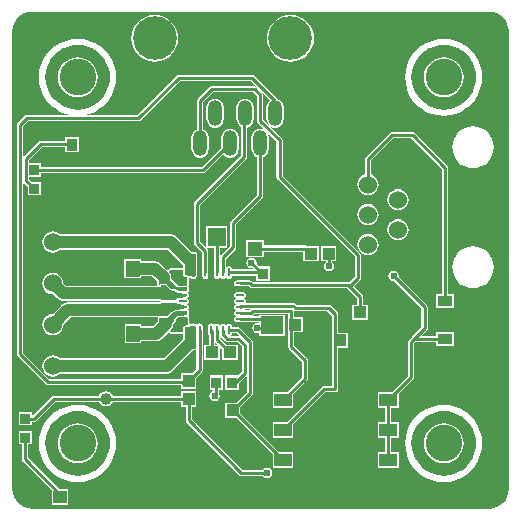
<source format=gtl>
G04*
G04 #@! TF.GenerationSoftware,Altium Limited,CircuitMaker,2.0.3 (51)*
G04*
G04 Layer_Physical_Order=1*
G04 Layer_Color=25308*
%FSLAX24Y24*%
%MOIN*%
G70*
G04*
G04 #@! TF.SameCoordinates,C005A906-C81D-4AB5-B832-F2193FDFF32C*
G04*
G04*
G04 #@! TF.FilePolarity,Positive*
G04*
G01*
G75*
%ADD10C,0.0098*%
%ADD14C,0.0118*%
%ADD42R,0.0354X0.0413*%
%ADD43R,0.0335X0.0335*%
%ADD44R,0.0453X0.0413*%
%ADD45R,0.0748X0.0610*%
%ADD46R,0.0453X0.0531*%
%ADD47R,0.1457X0.1457*%
%ADD48O,0.0315X0.0098*%
%ADD49O,0.0098X0.0315*%
%ADD50R,0.0413X0.0394*%
%ADD51R,0.0394X0.0413*%
%ADD52R,0.0335X0.0374*%
%ADD53R,0.0480X0.0358*%
%ADD54R,0.0591X0.0433*%
%ADD55R,0.0591X0.0433*%
%ADD56R,0.0591X0.0433*%
%ADD57R,0.0472X0.0472*%
%ADD58R,0.0591X0.0630*%
%ADD59C,0.0472*%
%ADD60C,0.0394*%
%ADD61C,0.0197*%
%ADD62C,0.0600*%
%ADD63O,0.0472X0.0866*%
%ADD64C,0.1457*%
G04:AMPARAMS|DCode=65|XSize=27.6mil|YSize=114.2mil|CornerRadius=6.9mil|HoleSize=0mil|Usage=FLASHONLY|Rotation=0.000|XOffset=0mil|YOffset=0mil|HoleType=Round|Shape=RoundedRectangle|*
%AMROUNDEDRECTD65*
21,1,0.0276,0.1004,0,0,0.0*
21,1,0.0138,0.1142,0,0,0.0*
1,1,0.0138,0.0069,-0.0502*
1,1,0.0138,-0.0069,-0.0502*
1,1,0.0138,-0.0069,0.0502*
1,1,0.0138,0.0069,0.0502*
%
%ADD65ROUNDEDRECTD65*%
%ADD66C,0.0394*%
%ADD67C,0.0240*%
%ADD68C,0.1220*%
%ADD69C,0.0197*%
%ADD70C,0.0236*%
G36*
X25807Y26453D02*
X25931Y26441D01*
X26050Y26405D01*
X26160Y26346D01*
X26257Y26267D01*
X26336Y26170D01*
X26395Y26060D01*
X26431Y25941D01*
X26443Y25817D01*
X26444D01*
X26444Y25817D01*
X26444Y25817D01*
X26435D01*
X26436Y25816D01*
X26444Y25816D01*
Y10532D01*
X26443D01*
X26431Y10407D01*
X26395Y10288D01*
X26336Y10178D01*
X26257Y10082D01*
X26160Y10003D01*
X26050Y9944D01*
X25931Y9908D01*
X25807Y9896D01*
X25807Y9895D01*
Y9903D01*
X25806Y9903D01*
X25807Y9895D01*
X10532D01*
Y9895D01*
X10407Y9908D01*
X10288Y9944D01*
X10178Y10003D01*
X10082Y10082D01*
X10003Y10178D01*
X9944Y10288D01*
X9908Y10407D01*
X9901Y10479D01*
X9896Y10479D01*
X9895Y10482D01*
X9903D01*
X9895Y10502D01*
Y25817D01*
X9895D01*
X9908Y25941D01*
X9944Y26060D01*
X10003Y26170D01*
X10082Y26267D01*
X10178Y26346D01*
X10288Y26405D01*
X10407Y26441D01*
X10479Y26448D01*
X10479Y26452D01*
X10482Y26453D01*
Y26445D01*
X10502Y26453D01*
X25807D01*
Y26453D01*
D02*
G37*
%LPC*%
G36*
X19163Y26356D02*
X19011Y26341D01*
X18864Y26297D01*
X18728Y26224D01*
X18610Y26127D01*
X18512Y26008D01*
X18440Y25873D01*
X18395Y25726D01*
X18380Y25573D01*
X18395Y25420D01*
X18440Y25273D01*
X18512Y25138D01*
X18610Y25019D01*
X18728Y24922D01*
X18864Y24849D01*
X19011Y24805D01*
X19163Y24790D01*
X19316Y24805D01*
X19463Y24849D01*
X19599Y24922D01*
X19717Y25019D01*
X19815Y25138D01*
X19887Y25273D01*
X19932Y25420D01*
X19947Y25573D01*
X19932Y25726D01*
X19887Y25873D01*
X19815Y26008D01*
X19717Y26127D01*
X19599Y26224D01*
X19463Y26297D01*
X19316Y26341D01*
X19163Y26356D01*
D02*
G37*
G36*
X14636D02*
X14483Y26341D01*
X14336Y26297D01*
X14201Y26224D01*
X14082Y26127D01*
X13985Y26008D01*
X13912Y25873D01*
X13868Y25726D01*
X13853Y25573D01*
X13868Y25420D01*
X13912Y25273D01*
X13985Y25138D01*
X14082Y25019D01*
X14201Y24922D01*
X14336Y24849D01*
X14483Y24805D01*
X14636Y24790D01*
X14789Y24805D01*
X14936Y24849D01*
X15071Y24922D01*
X15190Y25019D01*
X15287Y25138D01*
X15359Y25273D01*
X15404Y25420D01*
X15419Y25573D01*
X15404Y25726D01*
X15359Y25873D01*
X15287Y26008D01*
X15190Y26127D01*
X15071Y26224D01*
X14936Y26297D01*
X14789Y26341D01*
X14636Y26356D01*
D02*
G37*
G36*
X24272Y25558D02*
X24070Y25542D01*
X23874Y25495D01*
X23688Y25418D01*
X23516Y25312D01*
X23362Y25181D01*
X23231Y25028D01*
X23126Y24856D01*
X23048Y24669D01*
X23001Y24473D01*
X22985Y24272D01*
X23001Y24070D01*
X23048Y23874D01*
X23126Y23688D01*
X23231Y23516D01*
X23362Y23362D01*
X23516Y23231D01*
X23688Y23126D01*
X23874Y23048D01*
X24070Y23001D01*
X24272Y22985D01*
X24473Y23001D01*
X24669Y23048D01*
X24856Y23126D01*
X25028Y23231D01*
X25181Y23362D01*
X25312Y23516D01*
X25418Y23688D01*
X25495Y23874D01*
X25542Y24070D01*
X25558Y24272D01*
X25542Y24473D01*
X25495Y24669D01*
X25418Y24856D01*
X25312Y25028D01*
X25181Y25181D01*
X25028Y25312D01*
X24856Y25418D01*
X24669Y25495D01*
X24473Y25542D01*
X24272Y25558D01*
D02*
G37*
G36*
X12067D02*
X11866Y25542D01*
X11669Y25495D01*
X11483Y25418D01*
X11311Y25312D01*
X11157Y25181D01*
X11026Y25028D01*
X10921Y24856D01*
X10844Y24669D01*
X10797Y24473D01*
X10781Y24272D01*
X10797Y24070D01*
X10844Y23874D01*
X10921Y23688D01*
X11026Y23516D01*
X11157Y23362D01*
X11311Y23231D01*
X11483Y23126D01*
X11669Y23048D01*
X11805Y23016D01*
X10369D01*
X10336Y23009D01*
X10330Y23008D01*
X10296Y22986D01*
X10075Y22765D01*
X10053Y22731D01*
X10052Y22725D01*
X10045Y22692D01*
Y15049D01*
X10052Y15017D01*
X10053Y15010D01*
X10075Y14977D01*
X11010Y14042D01*
X11032Y14027D01*
X11044Y14020D01*
X11083Y14012D01*
X15518D01*
X15520Y14001D01*
Y13886D01*
X16016D01*
Y14247D01*
X16204Y14435D01*
X16226Y14469D01*
X16234Y14508D01*
Y15856D01*
Y15965D01*
X16226Y16004D01*
X16204Y16037D01*
X16171Y16059D01*
X16132Y16067D01*
X16093Y16059D01*
X16060Y16037D01*
X16037Y16004D01*
X16034Y15988D01*
X16032Y15991D01*
X16030Y16004D01*
X16007Y16037D01*
X15974Y16059D01*
X15935Y16067D01*
X15896Y16059D01*
X15863Y16037D01*
X15848Y16016D01*
X15792Y16009D01*
X15793Y16011D01*
X15801Y16029D01*
X15801Y16030D01*
X15801Y16032D01*
Y16239D01*
X15801Y16241D01*
X15801Y16244D01*
X15793Y16260D01*
X15785Y16278D01*
X15783Y16279D01*
X15782Y16281D01*
X15763Y16297D01*
X15768Y16299D01*
X15768Y16301D01*
X15770Y16302D01*
X15776Y16320D01*
X15784Y16339D01*
Y16467D01*
X15768Y16506D01*
X15728Y16522D01*
X15722D01*
X15727Y16525D01*
X15728Y16526D01*
X15728Y16526D01*
X15752Y16542D01*
X15774Y16575D01*
X15781Y16614D01*
X15774Y16653D01*
X15752Y16687D01*
X15728Y16702D01*
X15728Y16703D01*
X15727Y16703D01*
X15718Y16709D01*
X15711Y16710D01*
X15705Y16714D01*
X15718Y16716D01*
X15752Y16739D01*
X15774Y16772D01*
X15781Y16811D01*
X15774Y16850D01*
X15752Y16883D01*
X15718Y16906D01*
X15699Y16909D01*
X15718Y16913D01*
X15752Y16935D01*
X15774Y16969D01*
X15781Y17008D01*
X15774Y17047D01*
X15752Y17080D01*
X15730Y17095D01*
X15758Y17106D01*
X15774Y17146D01*
Y17167D01*
X15781Y17205D01*
X15774Y17243D01*
Y17274D01*
X15760Y17308D01*
X15765Y17313D01*
X15779Y17343D01*
X15779Y17355D01*
X15784Y17366D01*
X15784Y17595D01*
X15863Y17585D01*
X15896Y17563D01*
X15935Y17555D01*
X15974Y17563D01*
X16007Y17585D01*
X16020Y17604D01*
X16032Y17611D01*
X16036Y17617D01*
X16043Y17620D01*
X16049Y17633D01*
X16058Y17645D01*
X16057Y17652D01*
X16059Y17659D01*
Y18376D01*
X16043Y18415D01*
X16004Y18431D01*
X15893D01*
X15366Y18958D01*
X15284Y19013D01*
X15187Y19032D01*
X11487D01*
X11417Y19086D01*
X11332Y19122D01*
X11240Y19134D01*
X11148Y19122D01*
X11063Y19086D01*
X10990Y19030D01*
X10933Y18957D01*
X10898Y18871D01*
X10886Y18780D01*
X10898Y18688D01*
X10933Y18602D01*
X10990Y18529D01*
X11063Y18473D01*
X11148Y18437D01*
X11240Y18425D01*
X11332Y18437D01*
X11417Y18473D01*
X11487Y18527D01*
X15082D01*
X15594Y18015D01*
Y17910D01*
X15171Y17910D01*
X15160Y17905D01*
X15148Y17905D01*
X15118Y17891D01*
X15105Y17877D01*
X15091Y17864D01*
X15077Y17834D01*
X15077Y17822D01*
X15076Y17821D01*
X14834Y18063D01*
X14752Y18118D01*
X14656Y18137D01*
X14185D01*
Y18201D01*
X13630D01*
Y17567D01*
X14185D01*
Y17631D01*
X14551D01*
X14728Y17454D01*
Y17362D01*
X14742Y17330D01*
X11670D01*
X11594Y17406D01*
X11582Y17493D01*
X11547Y17579D01*
X11491Y17652D01*
X11417Y17708D01*
X11332Y17744D01*
X11240Y17756D01*
X11148Y17744D01*
X11063Y17708D01*
X10990Y17652D01*
X10933Y17579D01*
X10898Y17493D01*
X10886Y17402D01*
X10898Y17310D01*
X10933Y17224D01*
X10990Y17151D01*
X11063Y17095D01*
X11148Y17059D01*
X11236Y17048D01*
X11386Y16898D01*
X11468Y16843D01*
X11565Y16824D01*
X14812D01*
X14813Y16821D01*
X14842Y16809D01*
X14823Y16801D01*
X14814Y16778D01*
X11742D01*
X11645Y16759D01*
X11563Y16704D01*
X11514Y16655D01*
X11514Y16655D01*
X11236Y16377D01*
X11148Y16366D01*
X11063Y16330D01*
X10990Y16274D01*
X10933Y16201D01*
X10898Y16115D01*
X10886Y16024D01*
X10898Y15932D01*
X10933Y15847D01*
X10990Y15773D01*
X11063Y15717D01*
X11148Y15681D01*
X11240Y15669D01*
X11332Y15681D01*
X11417Y15717D01*
X11491Y15773D01*
X11547Y15847D01*
X11582Y15932D01*
X11594Y16020D01*
X11847Y16273D01*
X14747D01*
X14738Y16250D01*
Y16119D01*
X14590Y15971D01*
X14195D01*
Y16035D01*
X13640D01*
Y15402D01*
X14195D01*
Y15466D01*
X14695D01*
X14792Y15485D01*
X14874Y15540D01*
X15114Y15780D01*
X15116Y15768D01*
X15119Y15763D01*
X15119Y15757D01*
X15130Y15746D01*
X15131Y15745D01*
X15134Y15738D01*
X15136Y15737D01*
X15139Y15733D01*
X15145Y15731D01*
X15149Y15727D01*
X15152Y15726D01*
X15163Y15726D01*
X15173Y15722D01*
X15594D01*
Y15564D01*
X15492Y15462D01*
X15481Y15435D01*
X14944Y14899D01*
X11487D01*
X11417Y14952D01*
X11332Y14988D01*
X11240Y15000D01*
X11148Y14988D01*
X11063Y14952D01*
X10990Y14896D01*
X10933Y14823D01*
X10898Y14737D01*
X10886Y14646D01*
X10898Y14554D01*
X10933Y14469D01*
X10990Y14395D01*
X11063Y14339D01*
X11148Y14304D01*
X11240Y14291D01*
X11332Y14304D01*
X11417Y14339D01*
X11487Y14393D01*
X15049D01*
X15146Y14412D01*
X15228Y14467D01*
X15932Y15171D01*
X16004D01*
X16030Y15182D01*
Y14550D01*
X15881Y14402D01*
X15520D01*
Y14217D01*
X11125D01*
X10250Y15092D01*
Y20783D01*
X10262Y20764D01*
X10402Y20625D01*
Y20333D01*
X10839D01*
Y20770D01*
X10546D01*
X10437Y20879D01*
Y20963D01*
X10848D01*
Y21079D01*
X16258D01*
X16291Y21085D01*
X16297Y21087D01*
X16330Y21109D01*
X16922Y21700D01*
X16945Y21671D01*
X17005Y21625D01*
X17075Y21596D01*
X17150Y21586D01*
X17225Y21596D01*
X17295Y21625D01*
X17355Y21671D01*
X17401Y21731D01*
X17430Y21801D01*
X17439Y21876D01*
Y22270D01*
X17430Y22345D01*
X17401Y22415D01*
X17355Y22475D01*
X17295Y22521D01*
X17225Y22550D01*
X17150Y22560D01*
X17075Y22550D01*
X17005Y22521D01*
X16945Y22475D01*
X16899Y22415D01*
X16870Y22345D01*
X16860Y22270D01*
Y21928D01*
X16215Y21283D01*
X10848D01*
Y21400D01*
X10437D01*
Y21493D01*
X10879Y21935D01*
X11661D01*
Y21770D01*
X12118D01*
Y22285D01*
X11661D01*
Y22140D01*
X10837D01*
X10804Y22133D01*
X10797Y22132D01*
X10764Y22110D01*
X10262Y21608D01*
X10250Y21589D01*
Y22650D01*
X10411Y22811D01*
X14094D01*
X14127Y22818D01*
X14134Y22819D01*
X14167Y22841D01*
X15475Y24150D01*
X17851D01*
X18491Y23510D01*
X18445Y23475D01*
X18399Y23415D01*
X18370Y23345D01*
X18360Y23270D01*
Y22876D01*
X18370Y22801D01*
X18399Y22731D01*
X18445Y22671D01*
X18505Y22625D01*
X18575Y22596D01*
X18650Y22586D01*
X18725Y22596D01*
X18795Y22625D01*
X18855Y22671D01*
X18901Y22731D01*
X18930Y22801D01*
X18939Y22876D01*
Y23270D01*
X18930Y23345D01*
X18901Y23415D01*
X18855Y23475D01*
X18795Y23521D01*
X18738Y23544D01*
X18722Y23568D01*
X17966Y24324D01*
X17933Y24347D01*
X17926Y24348D01*
X17894Y24354D01*
X15433D01*
X15394Y24347D01*
X15361Y24324D01*
X14052Y23016D01*
X12329D01*
X12464Y23048D01*
X12651Y23126D01*
X12823Y23231D01*
X12976Y23362D01*
X13108Y23516D01*
X13213Y23688D01*
X13290Y23874D01*
X13337Y24070D01*
X13353Y24272D01*
X13337Y24473D01*
X13290Y24669D01*
X13213Y24856D01*
X13108Y25028D01*
X12976Y25181D01*
X12823Y25312D01*
X12651Y25418D01*
X12464Y25495D01*
X12268Y25542D01*
X12067Y25558D01*
D02*
G37*
G36*
X16650Y23560D02*
X16575Y23550D01*
X16505Y23521D01*
X16445Y23475D01*
X16399Y23415D01*
X16370Y23345D01*
X16360Y23270D01*
Y22876D01*
X16370Y22801D01*
X16399Y22731D01*
X16445Y22671D01*
X16505Y22625D01*
X16575Y22596D01*
X16650Y22586D01*
X16725Y22596D01*
X16795Y22625D01*
X16855Y22671D01*
X16901Y22731D01*
X16930Y22801D01*
X16939Y22876D01*
Y23270D01*
X16930Y23345D01*
X16901Y23415D01*
X16855Y23475D01*
X16795Y23521D01*
X16725Y23550D01*
X16650Y23560D01*
D02*
G37*
G36*
X17972Y23970D02*
X16535D01*
X16496Y23963D01*
X16463Y23940D01*
X16077Y23555D01*
X16055Y23521D01*
X16054Y23515D01*
X16047Y23482D01*
Y22538D01*
X16005Y22521D01*
X15945Y22475D01*
X15899Y22415D01*
X15870Y22345D01*
X15860Y22270D01*
Y21876D01*
X15870Y21801D01*
X15899Y21731D01*
X15945Y21671D01*
X16005Y21625D01*
X16075Y21596D01*
X16150Y21586D01*
X16225Y21596D01*
X16295Y21625D01*
X16355Y21671D01*
X16401Y21731D01*
X16430Y21801D01*
X16439Y21876D01*
Y22270D01*
X16430Y22345D01*
X16401Y22415D01*
X16355Y22475D01*
X16295Y22521D01*
X16252Y22538D01*
Y23440D01*
X16578Y23766D01*
X17930D01*
X18047Y23649D01*
Y22815D01*
X18054Y22782D01*
X18055Y22776D01*
X18077Y22743D01*
X18314Y22506D01*
X18295Y22521D01*
X18225Y22550D01*
X18150Y22560D01*
X18075Y22550D01*
X18005Y22521D01*
X17945Y22475D01*
X17899Y22415D01*
X17870Y22345D01*
X17860Y22270D01*
Y21876D01*
X17870Y21801D01*
X17899Y21731D01*
X17945Y21671D01*
X18005Y21625D01*
X18047Y21607D01*
Y20357D01*
X17182Y19492D01*
X17159Y19458D01*
X17158Y19452D01*
X17152Y19419D01*
Y18645D01*
X16847Y18340D01*
X16825Y18307D01*
Y18591D01*
X17049D01*
Y19323D01*
X16356D01*
Y18591D01*
X16620D01*
Y17874D01*
Y17766D01*
Y17657D01*
X16628Y17618D01*
X16650Y17585D01*
X16683Y17563D01*
X16722Y17555D01*
X16762Y17563D01*
X16795Y17585D01*
X16817Y17618D01*
X16821Y17638D01*
X16825Y17618D01*
X16847Y17585D01*
X16880Y17563D01*
X16919Y17555D01*
X16958Y17563D01*
X16992Y17585D01*
X17014Y17618D01*
X17018Y17638D01*
X17022Y17618D01*
X17044Y17585D01*
X17077Y17563D01*
X17116Y17555D01*
X17155Y17563D01*
X17189Y17585D01*
X17211Y17618D01*
X17219Y17657D01*
Y17663D01*
X18030D01*
Y17488D01*
X18467D01*
Y17965D01*
X18125D01*
X18034Y18056D01*
X18039Y18081D01*
X18025Y18148D01*
X17988Y18204D01*
X17931Y18242D01*
X17864Y18255D01*
X17797Y18242D01*
X17741Y18204D01*
X17703Y18148D01*
X17690Y18081D01*
X17703Y18014D01*
X17741Y17957D01*
X17797Y17919D01*
X17864Y17906D01*
X17889Y17911D01*
X17932Y17868D01*
X17219D01*
Y17874D01*
X17211Y17913D01*
X17189Y17946D01*
X17155Y17969D01*
X17116Y17976D01*
X17077Y17969D01*
X17044Y17946D01*
X17022Y17913D01*
Y18225D01*
X17326Y18530D01*
X17341Y18552D01*
X17349Y18563D01*
X17356Y18602D01*
Y19377D01*
X18222Y20243D01*
X18244Y20276D01*
X18245Y20282D01*
X18252Y20315D01*
Y21607D01*
X18295Y21625D01*
X18355Y21671D01*
X18401Y21731D01*
X18430Y21801D01*
X18439Y21876D01*
Y22270D01*
X18430Y22345D01*
X18401Y22415D01*
X18386Y22434D01*
X18697Y22123D01*
Y20955D01*
X18703Y20922D01*
X18705Y20916D01*
X18727Y20882D01*
X21305Y18304D01*
Y17635D01*
X21125Y17455D01*
X17916D01*
X17897Y17474D01*
X17864Y17496D01*
X17857Y17497D01*
X17825Y17504D01*
X17372D01*
X17333Y17496D01*
X17300Y17474D01*
X17277Y17441D01*
X17270Y17402D01*
X17277Y17362D01*
X17300Y17329D01*
X17333Y17307D01*
X17372Y17299D01*
X17782D01*
X17802Y17280D01*
X17835Y17258D01*
X17874Y17250D01*
X21040D01*
X21384Y16906D01*
Y16685D01*
X21228D01*
Y16189D01*
X21744D01*
Y16685D01*
X21589D01*
Y16949D01*
X21581Y16988D01*
X21573Y16999D01*
X21559Y17021D01*
X21270Y17310D01*
X21480Y17520D01*
X21502Y17554D01*
X21510Y17593D01*
Y18346D01*
X21502Y18386D01*
X21480Y18419D01*
X18902Y20997D01*
Y22165D01*
X18895Y22198D01*
X18894Y22205D01*
X18872Y22238D01*
X18252Y22857D01*
Y23691D01*
X18245Y23724D01*
X18244Y23730D01*
X18222Y23763D01*
X18045Y23940D01*
X18012Y23963D01*
X18005Y23964D01*
X17972Y23970D01*
D02*
G37*
G36*
X25246Y22635D02*
X25111Y22622D01*
X24980Y22582D01*
X24860Y22518D01*
X24755Y22432D01*
X24669Y22327D01*
X24605Y22207D01*
X24565Y22076D01*
X24552Y21941D01*
X24565Y21806D01*
X24605Y21675D01*
X24669Y21555D01*
X24755Y21450D01*
X24860Y21364D01*
X24980Y21300D01*
X25111Y21260D01*
X25246Y21247D01*
X25382Y21260D01*
X25512Y21300D01*
X25632Y21364D01*
X25737Y21450D01*
X25823Y21555D01*
X25887Y21675D01*
X25927Y21806D01*
X25940Y21941D01*
X25927Y22076D01*
X25887Y22207D01*
X25823Y22327D01*
X25737Y22432D01*
X25632Y22518D01*
X25512Y22582D01*
X25382Y22622D01*
X25246Y22635D01*
D02*
G37*
G36*
X22746Y20543D02*
X22654Y20531D01*
X22569Y20496D01*
X22496Y20439D01*
X22439Y20366D01*
X22404Y20281D01*
X22392Y20189D01*
X22404Y20097D01*
X22439Y20012D01*
X22496Y19939D01*
X22569Y19882D01*
X22654Y19847D01*
X22746Y19835D01*
X22838Y19847D01*
X22923Y19882D01*
X22997Y19939D01*
X23053Y20012D01*
X23088Y20097D01*
X23100Y20189D01*
X23088Y20281D01*
X23053Y20366D01*
X22997Y20439D01*
X22923Y20496D01*
X22838Y20531D01*
X22746Y20543D01*
D02*
G37*
G36*
X21746Y20047D02*
X21654Y20035D01*
X21569Y20000D01*
X21496Y19943D01*
X21439Y19870D01*
X21404Y19785D01*
X21392Y19693D01*
X21404Y19601D01*
X21439Y19516D01*
X21496Y19442D01*
X21569Y19386D01*
X21654Y19351D01*
X21746Y19339D01*
X21838Y19351D01*
X21923Y19386D01*
X21997Y19442D01*
X22053Y19516D01*
X22088Y19601D01*
X22100Y19693D01*
X22088Y19785D01*
X22053Y19870D01*
X21997Y19943D01*
X21923Y20000D01*
X21838Y20035D01*
X21746Y20047D01*
D02*
G37*
G36*
X22746Y19543D02*
X22654Y19531D01*
X22569Y19496D01*
X22496Y19439D01*
X22439Y19366D01*
X22404Y19281D01*
X22392Y19189D01*
X22404Y19097D01*
X22439Y19012D01*
X22496Y18939D01*
X22569Y18882D01*
X22654Y18847D01*
X22746Y18835D01*
X22838Y18847D01*
X22923Y18882D01*
X22997Y18939D01*
X23053Y19012D01*
X23088Y19097D01*
X23100Y19189D01*
X23088Y19281D01*
X23053Y19366D01*
X22997Y19439D01*
X22923Y19496D01*
X22838Y19531D01*
X22746Y19543D01*
D02*
G37*
G36*
X21746Y19047D02*
X21654Y19035D01*
X21569Y19000D01*
X21496Y18943D01*
X21439Y18870D01*
X21404Y18785D01*
X21392Y18693D01*
X21404Y18601D01*
X21439Y18516D01*
X21496Y18442D01*
X21569Y18386D01*
X21654Y18351D01*
X21746Y18339D01*
X21838Y18351D01*
X21923Y18386D01*
X21997Y18442D01*
X22053Y18516D01*
X22088Y18601D01*
X22100Y18693D01*
X22088Y18785D01*
X22053Y18870D01*
X21997Y18943D01*
X21923Y19000D01*
X21838Y19035D01*
X21746Y19047D01*
D02*
G37*
G36*
X18270Y18850D02*
X17695D01*
Y18276D01*
X18270D01*
Y18461D01*
X19585D01*
Y18148D01*
X20100D01*
Y18644D01*
X19735D01*
X19714Y18658D01*
X19708Y18659D01*
X19675Y18665D01*
X18270D01*
Y18850D01*
D02*
G37*
G36*
X20691Y18644D02*
X20175D01*
Y18148D01*
X20341D01*
Y18110D01*
X20319Y18096D01*
X20282Y18039D01*
X20268Y17972D01*
X20282Y17906D01*
X20319Y17849D01*
X20376Y17811D01*
X20443Y17798D01*
X20510Y17811D01*
X20566Y17849D01*
X20604Y17906D01*
X20618Y17972D01*
X20604Y18039D01*
X20566Y18096D01*
X20545Y18110D01*
Y18148D01*
X20691D01*
Y18644D01*
D02*
G37*
G36*
X17650Y23560D02*
X17575Y23550D01*
X17505Y23521D01*
X17445Y23475D01*
X17399Y23415D01*
X17370Y23345D01*
X17360Y23270D01*
Y22876D01*
X17370Y22801D01*
X17399Y22731D01*
X17445Y22671D01*
X17505Y22625D01*
X17516Y22620D01*
Y21666D01*
X15981Y20131D01*
X15959Y20098D01*
X15957Y20092D01*
X15951Y20059D01*
Y18740D01*
X15957Y18707D01*
X15959Y18701D01*
X15981Y18668D01*
X16226Y18422D01*
Y17874D01*
Y17766D01*
Y17657D01*
X16234Y17618D01*
X16256Y17585D01*
X16290Y17563D01*
X16329Y17555D01*
X16368Y17563D01*
X16401Y17585D01*
X16423Y17618D01*
X16431Y17657D01*
Y17874D01*
Y18465D01*
X16423Y18504D01*
X16401Y18537D01*
X16156Y18783D01*
Y20017D01*
X17690Y21552D01*
X17713Y21585D01*
X17720Y21624D01*
Y22595D01*
X17725Y22596D01*
X17795Y22625D01*
X17855Y22671D01*
X17901Y22731D01*
X17930Y22801D01*
X17939Y22876D01*
Y23270D01*
X17930Y23345D01*
X17901Y23415D01*
X17855Y23475D01*
X17795Y23521D01*
X17725Y23550D01*
X17650Y23560D01*
D02*
G37*
G36*
X25246Y18635D02*
X25111Y18622D01*
X24980Y18582D01*
X24860Y18518D01*
X24755Y18432D01*
X24669Y18327D01*
X24605Y18207D01*
X24565Y18076D01*
X24552Y17941D01*
X24565Y17806D01*
X24605Y17675D01*
X24669Y17555D01*
X24755Y17450D01*
X24860Y17364D01*
X24980Y17300D01*
X25111Y17260D01*
X25246Y17247D01*
X25382Y17260D01*
X25512Y17300D01*
X25632Y17364D01*
X25737Y17450D01*
X25823Y17555D01*
X25887Y17675D01*
X25927Y17806D01*
X25940Y17941D01*
X25927Y18076D01*
X25887Y18207D01*
X25823Y18327D01*
X25737Y18432D01*
X25632Y18518D01*
X25512Y18582D01*
X25382Y18622D01*
X25246Y18635D01*
D02*
G37*
G36*
X23233Y22450D02*
X23228Y22449D01*
X22539D01*
X22500Y22441D01*
X22467Y22419D01*
X21674Y21626D01*
X21651Y21592D01*
X21650Y21586D01*
X21644Y21553D01*
Y21031D01*
X21569Y21000D01*
X21496Y20943D01*
X21439Y20870D01*
X21404Y20785D01*
X21392Y20693D01*
X21404Y20601D01*
X21439Y20516D01*
X21496Y20442D01*
X21569Y20386D01*
X21654Y20351D01*
X21746Y20339D01*
X21838Y20351D01*
X21923Y20386D01*
X21997Y20442D01*
X22053Y20516D01*
X22088Y20601D01*
X22100Y20693D01*
X22088Y20785D01*
X22053Y20870D01*
X21997Y20943D01*
X21923Y21000D01*
X21848Y21031D01*
Y21511D01*
X22582Y22244D01*
X23192D01*
X24219Y21217D01*
Y17057D01*
X24030D01*
Y16596D01*
X24612D01*
Y17057D01*
X24423D01*
Y21260D01*
X24415Y21299D01*
X24393Y21332D01*
X23306Y22420D01*
X23306Y22420D01*
X23272Y22442D01*
X23233Y22450D01*
D02*
G37*
G36*
X17116Y16067D02*
X17077Y16059D01*
X17044Y16037D01*
X17022Y16004D01*
X17018Y15984D01*
X17014Y16004D01*
X16992Y16037D01*
X16958Y16059D01*
X16919Y16067D01*
X16880Y16059D01*
X16847Y16037D01*
X16825Y16004D01*
X16821Y15984D01*
X16817Y16004D01*
X16795Y16037D01*
X16762Y16059D01*
X16722Y16067D01*
X16683Y16059D01*
X16650Y16037D01*
X16628Y16004D01*
X16624Y15984D01*
X16620Y16004D01*
X16598Y16037D01*
X16565Y16059D01*
X16526Y16067D01*
X16486Y16059D01*
X16453Y16037D01*
X16431Y16004D01*
X16423Y15965D01*
Y15748D01*
X16431Y15709D01*
X16453Y15676D01*
Y15346D01*
X16297D01*
Y14850D01*
X16813D01*
Y15286D01*
X16888Y15212D01*
Y14850D01*
X17404D01*
Y15346D01*
X17042D01*
X16825Y15564D01*
Y15660D01*
X16847Y15626D01*
X16985Y15489D01*
X17018Y15466D01*
X17057Y15459D01*
X17389D01*
X17535Y15312D01*
Y14452D01*
X17416Y14333D01*
X16996D01*
Y13856D01*
X17433D01*
Y14060D01*
X17710Y14337D01*
X17722Y14355D01*
Y13792D01*
X17357Y13427D01*
X16996D01*
Y12911D01*
X17357D01*
X18571Y11698D01*
Y11236D01*
X19264D01*
Y11772D01*
X18786D01*
X17492Y13066D01*
Y13273D01*
X17897Y13678D01*
X17919Y13711D01*
X17927Y13750D01*
Y15443D01*
X17921Y15476D01*
X17919Y15482D01*
X17897Y15515D01*
X17484Y15929D01*
X17451Y15951D01*
X17444Y15952D01*
X17411Y15959D01*
X17219D01*
Y15965D01*
X17211Y16004D01*
X17189Y16037D01*
X17155Y16059D01*
X17116Y16067D01*
D02*
G37*
G36*
X22598Y17822D02*
X22532Y17809D01*
X22475Y17771D01*
X22437Y17714D01*
X22424Y17648D01*
X22437Y17581D01*
X22475Y17524D01*
X22532Y17486D01*
X22598Y17473D01*
X22623Y17478D01*
X23530Y16572D01*
Y15938D01*
X23199Y15608D01*
X23199Y15608D01*
X23117Y15525D01*
X23094Y15492D01*
X23093Y15485D01*
X23087Y15453D01*
Y14314D01*
X22544Y13772D01*
X22075D01*
Y13236D01*
X22319D01*
Y12772D01*
X22075D01*
Y12236D01*
X22319D01*
Y11772D01*
X22075D01*
Y11236D01*
X22768D01*
Y11772D01*
X22524D01*
Y12236D01*
X22768D01*
Y12772D01*
X22524D01*
Y13236D01*
X22768D01*
Y13706D01*
X23261Y14199D01*
X23284Y14232D01*
X23285Y14239D01*
X23291Y14272D01*
Y15410D01*
X23314Y15433D01*
X24030D01*
Y15305D01*
X24612D01*
Y15766D01*
X24030D01*
Y15638D01*
X23519D01*
X23718Y15837D01*
X23740Y15870D01*
X23748Y15909D01*
X23740Y15949D01*
X23734Y15958D01*
Y16614D01*
X23728Y16647D01*
X23726Y16653D01*
X23704Y16687D01*
X22768Y17623D01*
X22773Y17648D01*
X22760Y17714D01*
X22722Y17771D01*
X22665Y17809D01*
X22598Y17822D01*
D02*
G37*
G36*
X16016Y13811D02*
X15520D01*
Y13656D01*
X13232D01*
X13181Y13732D01*
X13099Y13787D01*
X13002Y13806D01*
X12905Y13787D01*
X12823Y13732D01*
X12772Y13656D01*
X11270D01*
X11231Y13648D01*
X11219Y13640D01*
X11197Y13626D01*
X10558Y12986D01*
X10543D01*
Y13102D01*
X10106D01*
Y12665D01*
X10543D01*
Y12781D01*
X10600D01*
X10633Y12788D01*
X10640Y12789D01*
X10673Y12811D01*
X11312Y13451D01*
X12772D01*
X12823Y13374D01*
X12905Y13320D01*
X13002Y13300D01*
X13099Y13320D01*
X13181Y13374D01*
X13232Y13451D01*
X15520D01*
Y13295D01*
X15665D01*
Y12844D01*
X15672Y12812D01*
X15673Y12805D01*
X15695Y12772D01*
X17457Y11010D01*
X17490Y10988D01*
X17497Y10987D01*
X17530Y10980D01*
X18248D01*
X18262Y10959D01*
X18319Y10921D01*
X18386Y10908D01*
X18453Y10921D01*
X18509Y10959D01*
X18547Y11016D01*
X18560Y11083D01*
X18547Y11149D01*
X18509Y11206D01*
X18453Y11244D01*
X18386Y11257D01*
X18319Y11244D01*
X18262Y11206D01*
X18248Y11185D01*
X17572D01*
X15870Y12887D01*
Y13295D01*
X16016D01*
Y13811D01*
D02*
G37*
G36*
X16902Y14333D02*
X16465D01*
Y13856D01*
X16581D01*
Y13816D01*
X16567Y13813D01*
X16510Y13775D01*
X16473Y13718D01*
X16459Y13652D01*
X16473Y13585D01*
X16510Y13528D01*
X16567Y13490D01*
X16634Y13477D01*
X16701Y13490D01*
X16757Y13528D01*
X16795Y13585D01*
X16808Y13652D01*
X16795Y13718D01*
X16785Y13733D01*
Y13856D01*
X16902D01*
Y14333D01*
D02*
G37*
G36*
X17589Y17110D02*
X17372D01*
X17333Y17102D01*
X17300Y17080D01*
X17277Y17047D01*
X17270Y17008D01*
X17277Y16969D01*
X17300Y16935D01*
X17333Y16913D01*
X17352Y16909D01*
X17333Y16906D01*
X17300Y16883D01*
X17277Y16850D01*
X17270Y16811D01*
X17277Y16772D01*
X17300Y16739D01*
X17333Y16716D01*
X17352Y16713D01*
X17333Y16709D01*
X17300Y16687D01*
X17277Y16653D01*
X17270Y16614D01*
X17277Y16575D01*
X17300Y16542D01*
X17333Y16520D01*
X17352Y16516D01*
X17333Y16512D01*
X17300Y16490D01*
X17277Y16456D01*
X17270Y16417D01*
X17277Y16378D01*
X17300Y16345D01*
X17333Y16323D01*
X17352Y16319D01*
X17333Y16315D01*
X17300Y16293D01*
X17277Y16260D01*
X17270Y16220D01*
X17277Y16181D01*
X17300Y16148D01*
X17333Y16126D01*
X17372Y16118D01*
X18118D01*
Y16079D01*
X18061Y16090D01*
X17994Y16077D01*
X17938Y16039D01*
X17900Y15982D01*
X17886Y15915D01*
X17900Y15849D01*
X17938Y15792D01*
X17994Y15754D01*
X18061Y15741D01*
X18118Y15752D01*
Y15648D01*
X18968D01*
Y16360D01*
X18118D01*
Y16323D01*
X17884D01*
X17917Y16345D01*
X17946Y16374D01*
X19091D01*
Y16272D01*
X19073D01*
Y15776D01*
X19091D01*
Y15276D01*
X19097Y15243D01*
X19098Y15236D01*
X19121Y15203D01*
X19533Y14790D01*
Y14265D01*
X19040Y13772D01*
X18571D01*
Y13236D01*
X19264D01*
Y13706D01*
X19708Y14150D01*
X19730Y14183D01*
X19738Y14222D01*
Y14833D01*
X19732Y14865D01*
X19730Y14872D01*
X19708Y14905D01*
X19295Y15318D01*
Y15776D01*
X19589D01*
Y16272D01*
X19295D01*
Y16476D01*
X19290Y16501D01*
X19292Y16500D01*
X19331Y16492D01*
X20391D01*
X20557Y16326D01*
Y13974D01*
X20285D01*
X20246Y13967D01*
X20213Y13944D01*
X19040Y12772D01*
X18571D01*
Y12236D01*
X19264D01*
Y12706D01*
X20328Y13770D01*
X20659D01*
X20699Y13777D01*
X20732Y13800D01*
X20754Y13833D01*
X20762Y13872D01*
Y15254D01*
X21085D01*
Y15750D01*
X20762D01*
Y16368D01*
X20754Y16407D01*
X20732Y16440D01*
X20505Y16667D01*
X20472Y16689D01*
X20466Y16690D01*
X20433Y16697D01*
X19373D01*
X19354Y16716D01*
X19321Y16738D01*
X19314Y16740D01*
X19281Y16746D01*
X17666D01*
X17683Y16772D01*
X17691Y16811D01*
X17683Y16850D01*
X17661Y16883D01*
X17628Y16906D01*
X17608Y16909D01*
X17628Y16913D01*
X17661Y16935D01*
X17683Y16969D01*
X17691Y17008D01*
X17683Y17047D01*
X17661Y17080D01*
X17628Y17102D01*
X17589Y17110D01*
D02*
G37*
G36*
X24272Y13353D02*
X24070Y13337D01*
X23874Y13290D01*
X23688Y13213D01*
X23516Y13108D01*
X23362Y12976D01*
X23231Y12823D01*
X23126Y12651D01*
X23048Y12464D01*
X23001Y12268D01*
X22985Y12067D01*
X23001Y11866D01*
X23048Y11669D01*
X23126Y11483D01*
X23231Y11311D01*
X23362Y11157D01*
X23516Y11026D01*
X23688Y10921D01*
X23874Y10844D01*
X24070Y10797D01*
X24272Y10781D01*
X24473Y10797D01*
X24669Y10844D01*
X24856Y10921D01*
X25028Y11026D01*
X25181Y11157D01*
X25312Y11311D01*
X25418Y11483D01*
X25495Y11669D01*
X25542Y11866D01*
X25558Y12067D01*
X25542Y12268D01*
X25495Y12464D01*
X25418Y12651D01*
X25312Y12823D01*
X25181Y12976D01*
X25028Y13108D01*
X24856Y13213D01*
X24669Y13290D01*
X24473Y13337D01*
X24272Y13353D01*
D02*
G37*
G36*
X12067D02*
X11866Y13337D01*
X11669Y13290D01*
X11483Y13213D01*
X11311Y13108D01*
X11157Y12976D01*
X11026Y12823D01*
X10921Y12651D01*
X10844Y12464D01*
X10797Y12268D01*
X10781Y12067D01*
X10797Y11866D01*
X10844Y11669D01*
X10921Y11483D01*
X11026Y11311D01*
X11157Y11157D01*
X11311Y11026D01*
X11483Y10921D01*
X11669Y10844D01*
X11866Y10797D01*
X12067Y10781D01*
X12268Y10797D01*
X12464Y10844D01*
X12651Y10921D01*
X12823Y11026D01*
X12976Y11157D01*
X13108Y11311D01*
X13213Y11483D01*
X13290Y11669D01*
X13337Y11866D01*
X13353Y12067D01*
X13337Y12268D01*
X13290Y12464D01*
X13213Y12651D01*
X13108Y12823D01*
X12976Y12976D01*
X12823Y13108D01*
X12651Y13213D01*
X12464Y13290D01*
X12268Y13337D01*
X12067Y13353D01*
D02*
G37*
G36*
X10543Y12472D02*
X10106D01*
Y12035D01*
X10222D01*
Y11535D01*
X10229Y11503D01*
X10230Y11496D01*
X10252Y11463D01*
X11199Y10517D01*
Y10018D01*
X11754D01*
Y10533D01*
X11472D01*
X10427Y11578D01*
Y12035D01*
X10543D01*
Y12472D01*
D02*
G37*
%LPD*%
G36*
X24440Y25337D02*
X24605Y25297D01*
X24761Y25232D01*
X24905Y25144D01*
X25034Y25034D01*
X25144Y24905D01*
X25232Y24761D01*
X25297Y24605D01*
X25337Y24440D01*
X25350Y24272D01*
X25337Y24103D01*
X25297Y23938D01*
X25232Y23782D01*
X25144Y23638D01*
X25034Y23509D01*
X24905Y23399D01*
X24761Y23311D01*
X24605Y23246D01*
X24440Y23207D01*
X24272Y23193D01*
X24103Y23207D01*
X23938Y23246D01*
X23782Y23311D01*
X23638Y23399D01*
X23509Y23509D01*
X23399Y23638D01*
X23311Y23782D01*
X23246Y23938D01*
X23207Y24103D01*
X23193Y24272D01*
X23207Y24440D01*
X23246Y24605D01*
X23311Y24761D01*
X23399Y24905D01*
X23509Y25034D01*
X23638Y25144D01*
X23782Y25232D01*
X23938Y25297D01*
X24103Y25337D01*
X24272Y25350D01*
X24440Y25337D01*
D02*
G37*
%LPC*%
G36*
X24272Y24936D02*
X24142Y24924D01*
X24017Y24886D01*
X23902Y24824D01*
X23802Y24742D01*
X23719Y24641D01*
X23658Y24526D01*
X23620Y24401D01*
X23607Y24272D01*
X23620Y24142D01*
X23658Y24017D01*
X23719Y23902D01*
X23802Y23802D01*
X23902Y23719D01*
X24017Y23658D01*
X24142Y23620D01*
X24272Y23607D01*
X24401Y23620D01*
X24526Y23658D01*
X24641Y23719D01*
X24742Y23802D01*
X24824Y23902D01*
X24886Y24017D01*
X24924Y24142D01*
X24936Y24272D01*
X24924Y24401D01*
X24886Y24526D01*
X24824Y24641D01*
X24742Y24742D01*
X24641Y24824D01*
X24526Y24886D01*
X24401Y24924D01*
X24272Y24936D01*
D02*
G37*
%LPD*%
G36*
X12236Y25337D02*
X12400Y25297D01*
X12556Y25232D01*
X12701Y25144D01*
X12829Y25034D01*
X12939Y24905D01*
X13028Y24761D01*
X13092Y24605D01*
X13132Y24440D01*
X13145Y24272D01*
X13132Y24103D01*
X13092Y23938D01*
X13028Y23782D01*
X12939Y23638D01*
X12829Y23509D01*
X12701Y23399D01*
X12556Y23311D01*
X12400Y23246D01*
X12236Y23207D01*
X12067Y23193D01*
X11898Y23207D01*
X11734Y23246D01*
X11577Y23311D01*
X11433Y23399D01*
X11304Y23509D01*
X11195Y23638D01*
X11106Y23782D01*
X11041Y23938D01*
X11002Y24103D01*
X10989Y24272D01*
X11002Y24440D01*
X11041Y24605D01*
X11106Y24761D01*
X11195Y24905D01*
X11304Y25034D01*
X11433Y25144D01*
X11577Y25232D01*
X11734Y25297D01*
X11898Y25337D01*
X12067Y25350D01*
X12236Y25337D01*
D02*
G37*
G36*
X16004Y17659D02*
X15954Y17629D01*
X15650Y17667D01*
Y18061D01*
X15531Y18179D01*
Y18376D01*
X16004D01*
Y17659D01*
D02*
G37*
G36*
X15594Y17854D02*
Y17667D01*
X15601Y17651D01*
X15606Y17633D01*
X15609Y17632D01*
X15610Y17628D01*
X15627Y17621D01*
X15643Y17612D01*
X15728Y17602D01*
X15728Y17366D01*
X15715Y17336D01*
X15685Y17323D01*
X15446Y17323D01*
X15399Y17328D01*
X15266Y17470D01*
X15184Y17547D01*
X15194Y17598D01*
X15175Y17695D01*
X15128Y17765D01*
Y17811D01*
X15141Y17841D01*
X15171Y17854D01*
X15594Y17854D01*
D02*
G37*
G36*
X15137Y17599D02*
X15137Y17598D01*
X15129Y17558D01*
X15131Y17552D01*
X15128Y17546D01*
X15135Y17532D01*
X15138Y17517D01*
X15143Y17513D01*
X15146Y17507D01*
X15227Y17431D01*
X15359Y17291D01*
X15373Y17284D01*
X15384Y17274D01*
X15392D01*
X15393Y17274D01*
X15439Y17268D01*
X15443Y17269D01*
X15446Y17267D01*
X15685Y17267D01*
X15696Y17272D01*
X15708Y17272D01*
X15711Y17274D01*
X15718D01*
Y17146D01*
X15451D01*
X15430Y17149D01*
X15413Y17165D01*
X15399Y17171D01*
X15386Y17180D01*
X15298Y17200D01*
X15196Y17225D01*
X15059Y17362D01*
X15059D01*
X15049Y17372D01*
X15010Y17388D01*
X14852D01*
X14813Y17372D01*
X14809Y17362D01*
X14783D01*
Y17657D01*
X15079D01*
X15137Y17599D01*
D02*
G37*
G36*
X15167Y17175D02*
X15285Y17146D01*
X15374Y17126D01*
X15404Y17096D01*
X15679Y17057D01*
Y16959D01*
X15453Y16919D01*
X15404Y16909D01*
X15325Y16860D01*
X14852D01*
Y17333D01*
X15010D01*
X15167Y17175D01*
D02*
G37*
G36*
X15360Y16811D02*
X15361Y16809D01*
X15349Y16811D01*
X15347Y16812D01*
X15354Y16813D01*
X15362Y16818D01*
X15360Y16811D01*
D02*
G37*
G36*
X15413Y16713D02*
X15463Y16703D01*
X15689Y16663D01*
Y16565D01*
X15413Y16526D01*
X15384Y16535D01*
X15364Y16522D01*
X15359D01*
X15348Y16517D01*
X15336Y16517D01*
X15204Y16458D01*
X15202Y16456D01*
X15177Y16447D01*
X15036Y16305D01*
X14862D01*
Y16762D01*
X15335D01*
X15413Y16713D01*
D02*
G37*
G36*
X15746Y16239D02*
Y16032D01*
X15710Y15998D01*
X15643Y15990D01*
X15627Y15981D01*
X15610Y15974D01*
X15609Y15971D01*
X15606Y15969D01*
X15601Y15952D01*
X15594Y15935D01*
Y15777D01*
X15173D01*
X15170Y15779D01*
X15161Y15827D01*
X15189Y15855D01*
X15243Y15937D01*
X15263Y16033D01*
X15260Y16048D01*
X15325Y16112D01*
X15341Y16152D01*
Y16203D01*
X15423Y16265D01*
X15463Y16267D01*
X15464Y16267D01*
X15468D01*
X15470Y16268D01*
X15472Y16268D01*
X15696Y16281D01*
X15746Y16239D01*
D02*
G37*
G36*
X15728Y16339D02*
X15468Y16323D01*
X15463D01*
X15460Y16322D01*
X15404Y16319D01*
X15285Y16230D01*
Y16152D01*
X15089Y15955D01*
X14793D01*
Y16250D01*
X15069D01*
X15226Y16407D01*
X15359Y16467D01*
X15728D01*
Y16339D01*
D02*
G37*
G36*
X16004Y15944D02*
Y15226D01*
X15531D01*
Y15423D01*
X15650Y15541D01*
Y15935D01*
X15954Y15973D01*
X16004Y15944D01*
D02*
G37*
%LPC*%
G36*
X12067Y24936D02*
X11937Y24924D01*
X11813Y24886D01*
X11698Y24824D01*
X11597Y24742D01*
X11514Y24641D01*
X11453Y24526D01*
X11415Y24401D01*
X11402Y24272D01*
X11415Y24142D01*
X11453Y24017D01*
X11514Y23902D01*
X11597Y23802D01*
X11698Y23719D01*
X11813Y23658D01*
X11937Y23620D01*
X12067Y23607D01*
X12197Y23620D01*
X12321Y23658D01*
X12436Y23719D01*
X12537Y23802D01*
X12620Y23902D01*
X12681Y24017D01*
X12719Y24142D01*
X12732Y24272D01*
X12719Y24401D01*
X12681Y24526D01*
X12620Y24641D01*
X12537Y24742D01*
X12436Y24824D01*
X12321Y24886D01*
X12197Y24924D01*
X12067Y24936D01*
D02*
G37*
%LPD*%
G36*
X17467Y15656D02*
X17464Y15657D01*
X17431Y15663D01*
X17170D01*
X17189Y15676D01*
X17211Y15709D01*
X17219Y15748D01*
Y15754D01*
X17369D01*
X17467Y15656D01*
D02*
G37*
G36*
X16753Y15346D02*
X16657D01*
Y15442D01*
X16753Y15346D01*
D02*
G37*
G36*
X17802Y16520D02*
X17628D01*
X17660Y16541D01*
X17824D01*
X17802Y16520D01*
D02*
G37*
G36*
X24440Y13132D02*
X24605Y13092D01*
X24761Y13028D01*
X24905Y12939D01*
X25034Y12829D01*
X25144Y12701D01*
X25232Y12556D01*
X25297Y12400D01*
X25337Y12236D01*
X25350Y12067D01*
X25337Y11898D01*
X25297Y11734D01*
X25232Y11577D01*
X25144Y11433D01*
X25034Y11304D01*
X24905Y11195D01*
X24761Y11106D01*
X24605Y11041D01*
X24440Y11002D01*
X24272Y10989D01*
X24103Y11002D01*
X23938Y11041D01*
X23782Y11106D01*
X23638Y11195D01*
X23509Y11304D01*
X23399Y11433D01*
X23311Y11577D01*
X23246Y11734D01*
X23207Y11898D01*
X23193Y12067D01*
X23207Y12236D01*
X23246Y12400D01*
X23311Y12556D01*
X23399Y12701D01*
X23509Y12829D01*
X23638Y12939D01*
X23782Y13028D01*
X23938Y13092D01*
X24103Y13132D01*
X24272Y13145D01*
X24440Y13132D01*
D02*
G37*
%LPC*%
G36*
X24272Y12732D02*
X24142Y12719D01*
X24017Y12681D01*
X23902Y12620D01*
X23802Y12537D01*
X23719Y12436D01*
X23658Y12321D01*
X23620Y12197D01*
X23607Y12067D01*
X23620Y11937D01*
X23658Y11813D01*
X23719Y11698D01*
X23802Y11597D01*
X23902Y11514D01*
X24017Y11453D01*
X24142Y11415D01*
X24272Y11402D01*
X24401Y11415D01*
X24526Y11453D01*
X24641Y11514D01*
X24742Y11597D01*
X24824Y11698D01*
X24886Y11813D01*
X24924Y11937D01*
X24936Y12067D01*
X24924Y12197D01*
X24886Y12321D01*
X24824Y12436D01*
X24742Y12537D01*
X24641Y12620D01*
X24526Y12681D01*
X24401Y12719D01*
X24272Y12732D01*
D02*
G37*
%LPD*%
G36*
X12236Y13132D02*
X12400Y13092D01*
X12556Y13028D01*
X12701Y12939D01*
X12829Y12829D01*
X12939Y12701D01*
X13028Y12556D01*
X13092Y12400D01*
X13132Y12236D01*
X13145Y12067D01*
X13132Y11898D01*
X13092Y11734D01*
X13028Y11577D01*
X12939Y11433D01*
X12829Y11304D01*
X12701Y11195D01*
X12556Y11106D01*
X12400Y11041D01*
X12236Y11002D01*
X12067Y10989D01*
X11898Y11002D01*
X11734Y11041D01*
X11577Y11106D01*
X11433Y11195D01*
X11304Y11304D01*
X11195Y11433D01*
X11106Y11577D01*
X11041Y11734D01*
X11002Y11898D01*
X10989Y12067D01*
X11002Y12236D01*
X11041Y12400D01*
X11106Y12556D01*
X11195Y12701D01*
X11304Y12829D01*
X11433Y12939D01*
X11577Y13028D01*
X11734Y13092D01*
X11898Y13132D01*
X12067Y13145D01*
X12236Y13132D01*
D02*
G37*
%LPC*%
G36*
X12067Y12732D02*
X11937Y12719D01*
X11813Y12681D01*
X11698Y12620D01*
X11597Y12537D01*
X11514Y12436D01*
X11453Y12321D01*
X11415Y12197D01*
X11402Y12067D01*
X11415Y11937D01*
X11453Y11813D01*
X11514Y11698D01*
X11597Y11597D01*
X11698Y11514D01*
X11813Y11453D01*
X11937Y11415D01*
X12067Y11402D01*
X12197Y11415D01*
X12321Y11453D01*
X12436Y11514D01*
X12537Y11597D01*
X12620Y11698D01*
X12681Y11813D01*
X12719Y11937D01*
X12732Y12067D01*
X12719Y12197D01*
X12681Y12321D01*
X12620Y12436D01*
X12537Y12537D01*
X12436Y12620D01*
X12321Y12681D01*
X12197Y12719D01*
X12067Y12732D01*
D02*
G37*
%LPD*%
D10*
X15768Y12844D02*
Y13553D01*
Y12844D02*
X17530Y11083D01*
X18386D01*
X12116Y10246D02*
X13652D01*
X18909Y11504D02*
X18917D01*
X17244Y13169D02*
X18909Y11504D01*
X18917Y13504D02*
X19636Y14222D01*
X20659Y13872D02*
Y16368D01*
X18917Y12504D02*
X20285Y13872D01*
X20659D01*
X17244Y13169D02*
X17825Y13750D01*
X22274Y11535D02*
X22421Y11683D01*
Y13504D02*
X23189Y14272D01*
X22421Y12504D02*
Y13504D01*
Y11683D02*
Y12504D01*
X22274Y11535D02*
X22305Y11504D01*
X22421D01*
X23189Y14272D02*
Y15453D01*
X16919Y17205D02*
X17480D01*
X10325Y11535D02*
X11531Y10330D01*
X10325Y11535D02*
Y12254D01*
X13652Y10246D02*
X15167Y11762D01*
X10325Y12884D02*
X10600D01*
X11270Y13553D01*
X15591Y14114D02*
X15664Y14040D01*
X10148Y15049D02*
Y22692D01*
X10369Y22913D01*
X14094D01*
X12435Y22073D02*
X15150D01*
X12421Y22087D02*
X12435Y22073D01*
X10837Y22037D02*
X11850D01*
X10335Y21535D02*
X10837Y22037D01*
X10335Y20837D02*
Y21535D01*
X14094Y22913D02*
X15433Y24252D01*
X17894D01*
X11270Y13553D02*
X15768D01*
X10335Y20837D02*
X10620Y20551D01*
X10630Y21181D02*
X16258D01*
X17150Y22073D01*
X10148Y15049D02*
X11083Y14114D01*
X17480Y16220D02*
X18327D01*
X18543Y16004D01*
X16722Y17766D02*
Y18937D01*
X16703Y18957D02*
X16722Y18937D01*
X16919Y17766D02*
Y18268D01*
X17825Y17402D02*
X17874Y17352D01*
X17480Y17402D02*
X17825D01*
X16053Y18740D02*
X16329Y18465D01*
Y17766D02*
Y18465D01*
X16919Y18268D02*
X17254Y18602D01*
Y19419D01*
X17825Y13750D02*
Y15443D01*
X17411Y15856D02*
X17825Y15443D01*
X17116Y15856D02*
X17411D01*
X17904Y16476D02*
X19193D01*
X17844Y16417D02*
X17904Y16476D01*
X17480Y16417D02*
X17844D01*
X19281Y16644D02*
X19331Y16594D01*
X17510Y16644D02*
X19281D01*
X17480Y16614D02*
X17510Y16644D01*
X20433Y16594D02*
X20659Y16368D01*
X19331Y16594D02*
X20433D01*
X16919Y15699D02*
Y15856D01*
Y15699D02*
X17057Y15561D01*
X17431D01*
X17638Y15354D01*
Y14409D02*
Y15354D01*
X17323Y14094D02*
X17638Y14409D01*
X17215Y14094D02*
X17323D01*
X16722Y15522D02*
X17146Y15098D01*
X16722Y15522D02*
Y15856D01*
X16555Y15098D02*
Y15827D01*
X16526Y15856D02*
X16555Y15827D01*
X16132Y14508D02*
Y15856D01*
X15768Y14144D02*
X16132Y14508D01*
X18218Y17726D02*
X18248D01*
X17864Y18081D02*
X18179Y17766D01*
X18218Y17726D01*
X17116Y17766D02*
X18179D01*
X17982Y18563D02*
X19675D01*
X19843Y18396D01*
X20443Y17972D02*
Y18386D01*
X20433Y18396D02*
X20443Y18386D01*
X18061Y15915D02*
X18455D01*
X18543Y16004D01*
X21407Y17593D02*
Y18346D01*
X21167Y17352D02*
X21407Y17593D01*
X22598Y17648D02*
X23632Y16614D01*
X16053Y18740D02*
Y20059D01*
X17618Y21624D01*
Y23041D01*
X17650Y23073D01*
X18150Y20315D02*
Y22073D01*
X17254Y19419D02*
X18150Y20315D01*
X11083Y14114D02*
X15591D01*
X18799Y20955D02*
X21407Y18346D01*
X18650Y23073D02*
Y23496D01*
X17894Y24252D02*
X18650Y23496D01*
X18799Y20955D02*
Y22165D01*
X18150Y22815D02*
X18799Y22165D01*
X18150Y22815D02*
Y23691D01*
X17972Y23868D02*
X18150Y23691D01*
X16535Y23868D02*
X17972D01*
X16150Y23482D02*
X16535Y23868D01*
X16150Y22073D02*
Y23482D01*
X24321Y16827D02*
Y21260D01*
X23232Y22346D02*
X23233Y22347D01*
X24321Y21260D01*
X23632Y15915D02*
Y16614D01*
X19636Y14222D02*
Y14833D01*
X19193Y15276D02*
X19636Y14833D01*
X19193Y15276D02*
Y16476D01*
X24321Y16827D02*
X24321Y16827D01*
X23272Y15535D02*
X24321D01*
X23189Y15453D02*
X23272Y15535D01*
X23646Y15909D01*
X21486Y16437D02*
Y16949D01*
X21083Y17352D02*
X21486Y16949D01*
X17874Y17352D02*
X21083D01*
X21167D01*
X21746Y20693D02*
Y21553D01*
X22539Y22346D01*
X23232D01*
X16683Y13701D02*
Y14094D01*
X16634Y13652D02*
X16683Y13701D01*
X16526Y16811D02*
Y17244D01*
Y17766D01*
Y16811D02*
X16919Y17205D01*
X16329Y15856D02*
Y16614D01*
X16526Y16811D01*
D14*
X16132Y17205D02*
Y17766D01*
Y17205D02*
X16526Y16811D01*
D42*
X12421Y22028D02*
D03*
X11890D02*
D03*
D43*
X10325Y12884D02*
D03*
Y12254D02*
D03*
X10630Y21181D02*
D03*
X10620Y20551D02*
D03*
D44*
X12126Y10276D02*
D03*
X11476D02*
D03*
D45*
X18543Y14843D02*
D03*
Y16004D02*
D03*
D46*
X13917Y15718D02*
D03*
X13228D02*
D03*
X13907Y17884D02*
D03*
X13218D02*
D03*
D47*
X16526Y16811D02*
D03*
D48*
X15571Y16220D02*
D03*
Y16417D02*
D03*
Y16614D02*
D03*
Y16811D02*
D03*
Y17008D02*
D03*
Y17205D02*
D03*
Y17402D02*
D03*
X17480D02*
D03*
Y17205D02*
D03*
Y17008D02*
D03*
Y16811D02*
D03*
Y16614D02*
D03*
Y16417D02*
D03*
Y16220D02*
D03*
D49*
X15935Y17766D02*
D03*
X16132D02*
D03*
X16329D02*
D03*
X16526D02*
D03*
X16722D02*
D03*
X16919D02*
D03*
X17116D02*
D03*
Y15856D02*
D03*
X16919D02*
D03*
X16722D02*
D03*
X16526D02*
D03*
X16329D02*
D03*
X16132D02*
D03*
X15935D02*
D03*
D50*
X16555Y15098D02*
D03*
X17146D02*
D03*
X20433Y18396D02*
D03*
X19843D02*
D03*
X21417Y15502D02*
D03*
X20827D02*
D03*
X19921Y16024D02*
D03*
X19331D02*
D03*
X22077Y16437D02*
D03*
X21486D02*
D03*
D51*
X17244Y13169D02*
D03*
Y12579D02*
D03*
X15768Y14144D02*
D03*
Y13553D02*
D03*
D52*
X16683Y14094D02*
D03*
X17215D02*
D03*
X18780Y17726D02*
D03*
X18248D02*
D03*
D53*
X24321Y16827D02*
D03*
Y15535D02*
D03*
D54*
X22421Y13504D02*
D03*
Y11504D02*
D03*
Y12504D02*
D03*
D55*
X18917Y11504D02*
D03*
Y12504D02*
D03*
D56*
Y13504D02*
D03*
D57*
X17982Y18563D02*
D03*
Y19350D02*
D03*
D58*
X16703Y18957D02*
D03*
D59*
X17244Y12579D02*
X17343Y12480D01*
Y12205D02*
Y12480D01*
X12835Y17874D02*
X13209D01*
X13218Y17884D01*
X12894Y15718D02*
X13228D01*
X13228Y15718D01*
D60*
X11240Y17402D02*
X11565Y17077D01*
X11240Y16024D02*
X11693Y16476D01*
Y16476D01*
X11742Y16526D01*
X14980D01*
X13917Y15718D02*
X14695D01*
X15010Y16033D01*
X13907Y17884D02*
X14656D01*
X14941Y17598D01*
X11240Y18780D02*
X15187D01*
X15787Y18179D01*
X11565Y17077D02*
X14980D01*
X15049Y14646D02*
X15807Y15404D01*
X11240Y14646D02*
X15049D01*
D61*
X15664Y14040D02*
X15768Y14144D01*
D62*
X11240Y14646D02*
D03*
Y16024D02*
D03*
Y17402D02*
D03*
Y18780D02*
D03*
X22746Y19189D02*
D03*
X21746Y18693D02*
D03*
X22746Y20189D02*
D03*
X21746Y19693D02*
D03*
X22746Y21189D02*
D03*
X21746Y20693D02*
D03*
D63*
X18150Y22073D02*
D03*
X17150D02*
D03*
X15150D02*
D03*
X16150D02*
D03*
X15650Y23073D02*
D03*
X16650D02*
D03*
X18650D02*
D03*
X17650D02*
D03*
D64*
X14636Y25573D02*
D03*
X19163D02*
D03*
D65*
X15167Y12165D02*
D03*
D66*
X15679Y10423D02*
D03*
X13002Y13553D02*
D03*
D67*
X18386Y11083D02*
D03*
X17343Y12205D02*
D03*
X17864Y18081D02*
D03*
X18061Y15915D02*
D03*
X20443Y17972D02*
D03*
X22598Y17648D02*
D03*
X18346Y14488D02*
D03*
X19902Y15728D02*
D03*
X21713Y15492D02*
D03*
X22077Y16142D02*
D03*
X18268Y19331D02*
D03*
X18642Y17992D02*
D03*
X12894Y15718D02*
D03*
X12835Y17874D02*
D03*
X16634Y13652D02*
D03*
X15374Y17726D02*
D03*
X15394Y15935D02*
D03*
D68*
X24272Y12067D02*
D03*
X12067D02*
D03*
Y24272D02*
D03*
X24272D02*
D03*
D69*
X16959Y17244D02*
D03*
Y16811D02*
D03*
Y16378D02*
D03*
X16526Y17244D02*
D03*
Y16811D02*
D03*
Y16378D02*
D03*
X16093Y17244D02*
D03*
Y16811D02*
D03*
Y16378D02*
D03*
D70*
X15167Y12569D02*
D03*
Y11762D02*
D03*
M02*

</source>
